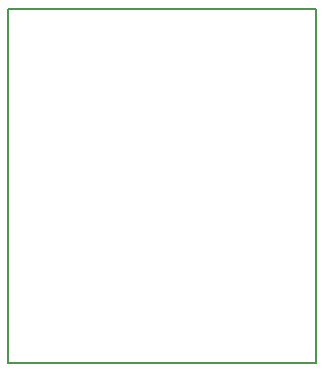
<source format=gm1>
%FSLAX25Y25*%
%MOIN*%
G70*
G01*
G75*
G04 Layer_Color=16711935*
%ADD10C,0.01000*%
%ADD11C,0.01500*%
%ADD12C,0.02000*%
%ADD13R,0.02362X0.03937*%
%ADD14R,0.03347X0.02756*%
%ADD15R,0.02756X0.03347*%
%ADD16R,0.03150X0.03937*%
%ADD17R,0.06000X0.07874*%
%ADD18R,0.03150X0.07000*%
%ADD19R,0.03937X0.03150*%
%ADD20R,0.09843X0.11811*%
%ADD21O,0.07087X0.02362*%
%ADD22O,0.02362X0.07087*%
%ADD23C,0.01200*%
%ADD24C,0.00800*%
%ADD25R,0.12700X0.10700*%
%ADD26R,0.06900X0.08800*%
%ADD27C,0.00500*%
%ADD28C,0.05906*%
%ADD29R,0.05906X0.05906*%
%ADD30C,0.02000*%
%ADD31C,0.04000*%
%ADD32R,0.11811X0.08661*%
%ADD33R,0.02559X0.04843*%
%ADD34R,0.02756X0.08268*%
%ADD35R,0.01575X0.03347*%
%ADD36R,0.05906X0.03937*%
%ADD37R,0.12100X0.10500*%
%ADD38R,0.22700X0.10400*%
%ADD39R,0.10900X0.05300*%
%ADD40R,0.07200X0.31400*%
%ADD41C,0.00400*%
%ADD42R,0.03162X0.04737*%
%ADD43R,0.04147X0.03556*%
%ADD44R,0.03556X0.04147*%
%ADD45R,0.03950X0.04737*%
%ADD46R,0.06800X0.08674*%
%ADD47R,0.03950X0.07800*%
%ADD48R,0.04737X0.03950*%
%ADD49R,0.10642X0.12611*%
%ADD50O,0.07887X0.03162*%
%ADD51O,0.03162X0.07887*%
%ADD52C,0.06706*%
%ADD53R,0.06706X0.06706*%
%ADD54C,0.02800*%
%ADD55R,0.12611X0.09461*%
%ADD56R,0.03359X0.05643*%
%ADD57R,0.03556X0.09068*%
%ADD58R,0.02375X0.04147*%
%ADD59R,0.06706X0.04737*%
%ADD60C,0.00787*%
%ADD61R,0.11811X0.01575*%
D27*
X0Y0D02*
X102362D01*
X0Y-118110D02*
Y0D01*
Y-118110D02*
X102362D01*
Y0D01*
X0D02*
X102362D01*
X0Y-118110D02*
Y0D01*
Y-118110D02*
X102362D01*
Y0D01*
M02*

</source>
